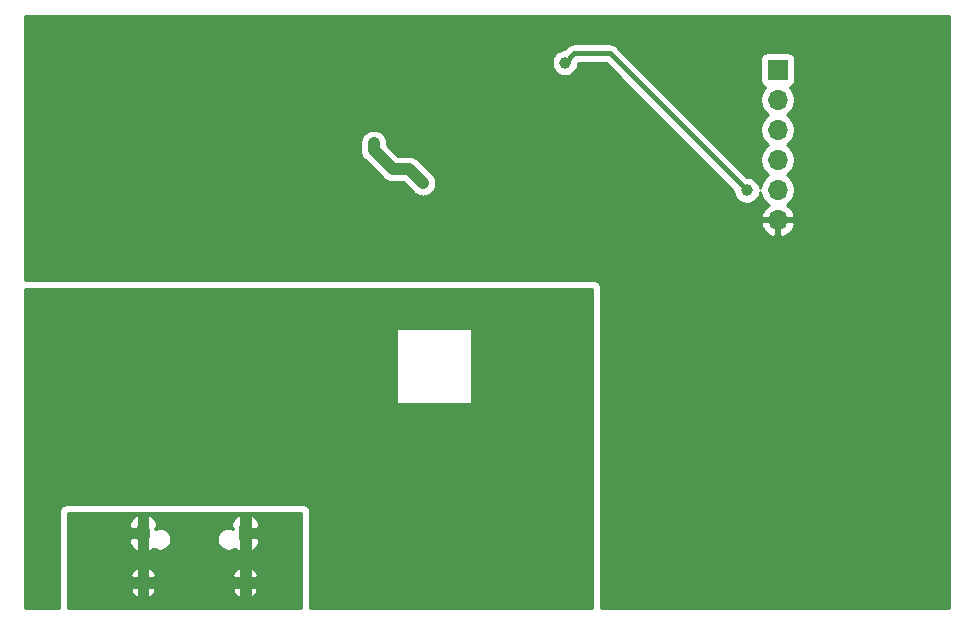
<source format=gbl>
%TF.GenerationSoftware,KiCad,Pcbnew,(5.1.9)-1*%
%TF.CreationDate,2021-08-04T23:07:10+08:00*%
%TF.ProjectId,Arduino charger,41726475-696e-46f2-9063-686172676572,rev?*%
%TF.SameCoordinates,Original*%
%TF.FileFunction,Copper,L2,Bot*%
%TF.FilePolarity,Positive*%
%FSLAX46Y46*%
G04 Gerber Fmt 4.6, Leading zero omitted, Abs format (unit mm)*
G04 Created by KiCad (PCBNEW (5.1.9)-1) date 2021-08-04 23:07:10*
%MOMM*%
%LPD*%
G01*
G04 APERTURE LIST*
%TA.AperFunction,ComponentPad*%
%ADD10O,1.000000X2.100000*%
%TD*%
%TA.AperFunction,ComponentPad*%
%ADD11O,1.000000X1.600000*%
%TD*%
%TA.AperFunction,ComponentPad*%
%ADD12O,1.700000X1.700000*%
%TD*%
%TA.AperFunction,ComponentPad*%
%ADD13R,1.700000X1.700000*%
%TD*%
%TA.AperFunction,ViaPad*%
%ADD14C,1.000000*%
%TD*%
%TA.AperFunction,Conductor*%
%ADD15C,0.400000*%
%TD*%
%TA.AperFunction,Conductor*%
%ADD16C,1.000000*%
%TD*%
%TA.AperFunction,Conductor*%
%ADD17C,0.254000*%
%TD*%
%TA.AperFunction,Conductor*%
%ADD18C,0.100000*%
%TD*%
G04 APERTURE END LIST*
D10*
%TO.P,USB1,13*%
%TO.N,GND*%
X121480000Y-120820000D03*
X130120000Y-120820000D03*
D11*
X121480000Y-125000000D03*
X130120000Y-125000000D03*
%TD*%
D12*
%TO.P,J1,6*%
%TO.N,GND*%
X175200000Y-94300000D03*
%TO.P,J1,5*%
%TO.N,/Reset*%
X175200000Y-91760000D03*
%TO.P,J1,4*%
%TO.N,/MISO*%
X175200000Y-89220000D03*
%TO.P,J1,3*%
%TO.N,/MOSI*%
X175200000Y-86680000D03*
%TO.P,J1,2*%
%TO.N,/SCK*%
X175200000Y-84140000D03*
D13*
%TO.P,J1,1*%
%TO.N,VCC*%
X175200000Y-81600000D03*
%TD*%
D14*
%TO.N,GND*%
X147200000Y-95600000D03*
X149800000Y-85200000D03*
X143800000Y-84000000D03*
X175800000Y-110000000D03*
X189400000Y-108600000D03*
X181000000Y-98200000D03*
%TO.N,+5V*%
X112800000Y-100800000D03*
X139800000Y-101400000D03*
X140000000Y-107800000D03*
X156200000Y-104600000D03*
X123200004Y-118000000D03*
X128599999Y-118000001D03*
%TO.N,/Reset*%
X157200000Y-81000000D03*
X172600000Y-91800000D03*
%TO.N,VCC*%
X141000000Y-87800000D03*
X145174990Y-91206490D03*
%TD*%
D15*
%TO.N,/Reset*%
X161000000Y-80200000D02*
X172600000Y-91800000D01*
X158000000Y-80200000D02*
X161000000Y-80200000D01*
X157200000Y-81000000D02*
X158000000Y-80200000D01*
D16*
%TO.N,VCC*%
X143968500Y-90000000D02*
X145174990Y-91206490D01*
X142600000Y-90000000D02*
X143968500Y-90000000D01*
X141000000Y-88400000D02*
X142600000Y-90000000D01*
X141000000Y-87800000D02*
X141000000Y-88400000D01*
%TD*%
D17*
%TO.N,GND*%
X189740001Y-127140000D02*
X160235000Y-127140000D01*
X160235000Y-100000000D01*
X160222799Y-99876118D01*
X160186664Y-99756996D01*
X160127983Y-99647213D01*
X160049013Y-99550987D01*
X159952787Y-99472017D01*
X159843004Y-99413336D01*
X159723882Y-99377201D01*
X159600000Y-99365000D01*
X111460000Y-99365000D01*
X111460000Y-94656890D01*
X173758524Y-94656890D01*
X173803175Y-94804099D01*
X173928359Y-95066920D01*
X174102412Y-95300269D01*
X174318645Y-95495178D01*
X174568748Y-95644157D01*
X174843109Y-95741481D01*
X175073000Y-95620814D01*
X175073000Y-94427000D01*
X175327000Y-94427000D01*
X175327000Y-95620814D01*
X175556891Y-95741481D01*
X175831252Y-95644157D01*
X176081355Y-95495178D01*
X176297588Y-95300269D01*
X176471641Y-95066920D01*
X176596825Y-94804099D01*
X176641476Y-94656890D01*
X176520155Y-94427000D01*
X175327000Y-94427000D01*
X175073000Y-94427000D01*
X173879845Y-94427000D01*
X173758524Y-94656890D01*
X111460000Y-94656890D01*
X111460000Y-88400000D01*
X139859509Y-88400000D01*
X139865000Y-88455751D01*
X139865000Y-88455752D01*
X139881423Y-88622499D01*
X139946324Y-88836447D01*
X140051717Y-89033623D01*
X140193552Y-89206449D01*
X140236860Y-89241991D01*
X141758013Y-90763146D01*
X141793551Y-90806449D01*
X141836854Y-90841987D01*
X141836856Y-90841989D01*
X141966377Y-90948284D01*
X142163553Y-91053676D01*
X142377501Y-91118577D01*
X142600000Y-91140491D01*
X142655752Y-91135000D01*
X143498368Y-91135000D01*
X144411846Y-92048479D01*
X144411852Y-92048484D01*
X144451470Y-92088102D01*
X144498057Y-92119231D01*
X144541367Y-92154774D01*
X144590776Y-92181183D01*
X144637366Y-92212314D01*
X144689139Y-92233759D01*
X144738543Y-92260166D01*
X144792148Y-92276427D01*
X144843923Y-92297873D01*
X144898884Y-92308805D01*
X144952491Y-92325067D01*
X145008243Y-92330558D01*
X145063202Y-92341490D01*
X145119238Y-92341490D01*
X145174990Y-92346981D01*
X145230742Y-92341490D01*
X145286778Y-92341490D01*
X145341737Y-92330558D01*
X145397489Y-92325067D01*
X145451096Y-92308805D01*
X145506057Y-92297873D01*
X145557832Y-92276427D01*
X145611437Y-92260166D01*
X145660841Y-92233759D01*
X145712614Y-92212314D01*
X145759204Y-92181183D01*
X145808613Y-92154774D01*
X145851922Y-92119231D01*
X145898510Y-92088102D01*
X145938133Y-92048479D01*
X145981439Y-92012939D01*
X146016981Y-91969631D01*
X146056602Y-91930010D01*
X146087731Y-91883422D01*
X146123274Y-91840113D01*
X146149683Y-91790704D01*
X146180814Y-91744114D01*
X146202259Y-91692341D01*
X146228666Y-91642937D01*
X146244927Y-91589332D01*
X146266373Y-91537557D01*
X146277305Y-91482596D01*
X146293567Y-91428989D01*
X146299058Y-91373237D01*
X146309990Y-91318278D01*
X146309990Y-91262242D01*
X146315481Y-91206490D01*
X146309990Y-91150738D01*
X146309990Y-91094702D01*
X146299058Y-91039743D01*
X146293567Y-90983991D01*
X146277305Y-90930384D01*
X146266373Y-90875423D01*
X146244927Y-90823648D01*
X146228666Y-90770043D01*
X146202259Y-90720639D01*
X146180814Y-90668866D01*
X146149683Y-90622276D01*
X146123274Y-90572867D01*
X146087731Y-90529557D01*
X146056602Y-90482970D01*
X146016984Y-90443352D01*
X146016979Y-90443346D01*
X144810495Y-89236864D01*
X144774949Y-89193551D01*
X144602123Y-89051716D01*
X144404947Y-88946324D01*
X144190999Y-88881423D01*
X144024252Y-88865000D01*
X144024251Y-88865000D01*
X143968500Y-88859509D01*
X143912749Y-88865000D01*
X143070133Y-88865000D01*
X142135000Y-87929869D01*
X142135000Y-87688212D01*
X142124068Y-87633253D01*
X142118577Y-87577501D01*
X142102315Y-87523894D01*
X142091383Y-87468933D01*
X142069937Y-87417158D01*
X142053676Y-87363553D01*
X142027269Y-87314149D01*
X142005824Y-87262376D01*
X141974693Y-87215786D01*
X141948284Y-87166377D01*
X141912741Y-87123068D01*
X141881612Y-87076480D01*
X141841991Y-87036859D01*
X141806449Y-86993551D01*
X141763141Y-86958009D01*
X141723520Y-86918388D01*
X141676932Y-86887259D01*
X141633623Y-86851716D01*
X141584215Y-86825307D01*
X141537624Y-86794176D01*
X141485848Y-86772730D01*
X141436446Y-86746324D01*
X141382845Y-86730064D01*
X141331067Y-86708617D01*
X141276103Y-86697684D01*
X141222498Y-86681423D01*
X141166748Y-86675932D01*
X141111788Y-86665000D01*
X141055751Y-86665000D01*
X141000000Y-86659509D01*
X140944248Y-86665000D01*
X140888212Y-86665000D01*
X140833253Y-86675932D01*
X140777501Y-86681423D01*
X140723894Y-86697685D01*
X140668933Y-86708617D01*
X140617158Y-86730063D01*
X140563553Y-86746324D01*
X140514149Y-86772731D01*
X140462376Y-86794176D01*
X140415786Y-86825307D01*
X140366377Y-86851716D01*
X140323068Y-86887259D01*
X140276480Y-86918388D01*
X140236859Y-86958009D01*
X140193551Y-86993551D01*
X140158009Y-87036859D01*
X140118388Y-87076480D01*
X140087259Y-87123068D01*
X140051716Y-87166377D01*
X140025307Y-87215785D01*
X139994176Y-87262376D01*
X139972730Y-87314152D01*
X139946324Y-87363554D01*
X139930064Y-87417155D01*
X139908617Y-87468933D01*
X139897684Y-87523897D01*
X139881423Y-87577502D01*
X139875932Y-87633252D01*
X139865000Y-87688212D01*
X139865000Y-88344249D01*
X139859509Y-88400000D01*
X111460000Y-88400000D01*
X111460000Y-80888212D01*
X156065000Y-80888212D01*
X156065000Y-81111788D01*
X156108617Y-81331067D01*
X156194176Y-81537624D01*
X156318388Y-81723520D01*
X156476480Y-81881612D01*
X156662376Y-82005824D01*
X156868933Y-82091383D01*
X157088212Y-82135000D01*
X157311788Y-82135000D01*
X157531067Y-82091383D01*
X157737624Y-82005824D01*
X157923520Y-81881612D01*
X158081612Y-81723520D01*
X158205824Y-81537624D01*
X158291383Y-81331067D01*
X158335000Y-81111788D01*
X158335000Y-81045868D01*
X158345868Y-81035000D01*
X160654133Y-81035000D01*
X171465000Y-91845868D01*
X171465000Y-91911788D01*
X171508617Y-92131067D01*
X171594176Y-92337624D01*
X171718388Y-92523520D01*
X171876480Y-92681612D01*
X172062376Y-92805824D01*
X172268933Y-92891383D01*
X172488212Y-92935000D01*
X172711788Y-92935000D01*
X172931067Y-92891383D01*
X173137624Y-92805824D01*
X173323520Y-92681612D01*
X173481612Y-92523520D01*
X173605824Y-92337624D01*
X173691383Y-92131067D01*
X173725550Y-91959297D01*
X173772068Y-92193158D01*
X173884010Y-92463411D01*
X174046525Y-92706632D01*
X174253368Y-92913475D01*
X174435534Y-93035195D01*
X174318645Y-93104822D01*
X174102412Y-93299731D01*
X173928359Y-93533080D01*
X173803175Y-93795901D01*
X173758524Y-93943110D01*
X173879845Y-94173000D01*
X175073000Y-94173000D01*
X175073000Y-94153000D01*
X175327000Y-94153000D01*
X175327000Y-94173000D01*
X176520155Y-94173000D01*
X176641476Y-93943110D01*
X176596825Y-93795901D01*
X176471641Y-93533080D01*
X176297588Y-93299731D01*
X176081355Y-93104822D01*
X175964466Y-93035195D01*
X176146632Y-92913475D01*
X176353475Y-92706632D01*
X176515990Y-92463411D01*
X176627932Y-92193158D01*
X176685000Y-91906260D01*
X176685000Y-91613740D01*
X176627932Y-91326842D01*
X176515990Y-91056589D01*
X176353475Y-90813368D01*
X176146632Y-90606525D01*
X175972240Y-90490000D01*
X176146632Y-90373475D01*
X176353475Y-90166632D01*
X176515990Y-89923411D01*
X176627932Y-89653158D01*
X176685000Y-89366260D01*
X176685000Y-89073740D01*
X176627932Y-88786842D01*
X176515990Y-88516589D01*
X176353475Y-88273368D01*
X176146632Y-88066525D01*
X175972240Y-87950000D01*
X176146632Y-87833475D01*
X176353475Y-87626632D01*
X176515990Y-87383411D01*
X176627932Y-87113158D01*
X176685000Y-86826260D01*
X176685000Y-86533740D01*
X176627932Y-86246842D01*
X176515990Y-85976589D01*
X176353475Y-85733368D01*
X176146632Y-85526525D01*
X175972240Y-85410000D01*
X176146632Y-85293475D01*
X176353475Y-85086632D01*
X176515990Y-84843411D01*
X176627932Y-84573158D01*
X176685000Y-84286260D01*
X176685000Y-83993740D01*
X176627932Y-83706842D01*
X176515990Y-83436589D01*
X176353475Y-83193368D01*
X176221620Y-83061513D01*
X176294180Y-83039502D01*
X176404494Y-82980537D01*
X176501185Y-82901185D01*
X176580537Y-82804494D01*
X176639502Y-82694180D01*
X176675812Y-82574482D01*
X176688072Y-82450000D01*
X176688072Y-80750000D01*
X176675812Y-80625518D01*
X176639502Y-80505820D01*
X176580537Y-80395506D01*
X176501185Y-80298815D01*
X176404494Y-80219463D01*
X176294180Y-80160498D01*
X176174482Y-80124188D01*
X176050000Y-80111928D01*
X174350000Y-80111928D01*
X174225518Y-80124188D01*
X174105820Y-80160498D01*
X173995506Y-80219463D01*
X173898815Y-80298815D01*
X173819463Y-80395506D01*
X173760498Y-80505820D01*
X173724188Y-80625518D01*
X173711928Y-80750000D01*
X173711928Y-82450000D01*
X173724188Y-82574482D01*
X173760498Y-82694180D01*
X173819463Y-82804494D01*
X173898815Y-82901185D01*
X173995506Y-82980537D01*
X174105820Y-83039502D01*
X174178380Y-83061513D01*
X174046525Y-83193368D01*
X173884010Y-83436589D01*
X173772068Y-83706842D01*
X173715000Y-83993740D01*
X173715000Y-84286260D01*
X173772068Y-84573158D01*
X173884010Y-84843411D01*
X174046525Y-85086632D01*
X174253368Y-85293475D01*
X174427760Y-85410000D01*
X174253368Y-85526525D01*
X174046525Y-85733368D01*
X173884010Y-85976589D01*
X173772068Y-86246842D01*
X173715000Y-86533740D01*
X173715000Y-86826260D01*
X173772068Y-87113158D01*
X173884010Y-87383411D01*
X174046525Y-87626632D01*
X174253368Y-87833475D01*
X174427760Y-87950000D01*
X174253368Y-88066525D01*
X174046525Y-88273368D01*
X173884010Y-88516589D01*
X173772068Y-88786842D01*
X173715000Y-89073740D01*
X173715000Y-89366260D01*
X173772068Y-89653158D01*
X173884010Y-89923411D01*
X174046525Y-90166632D01*
X174253368Y-90373475D01*
X174427760Y-90490000D01*
X174253368Y-90606525D01*
X174046525Y-90813368D01*
X173884010Y-91056589D01*
X173772068Y-91326842D01*
X173717593Y-91600702D01*
X173691383Y-91468933D01*
X173605824Y-91262376D01*
X173481612Y-91076480D01*
X173323520Y-90918388D01*
X173137624Y-90794176D01*
X172931067Y-90708617D01*
X172711788Y-90665000D01*
X172645868Y-90665000D01*
X161619446Y-79638579D01*
X161593291Y-79606709D01*
X161466146Y-79502364D01*
X161321087Y-79424828D01*
X161163689Y-79377082D01*
X161041019Y-79365000D01*
X161041018Y-79365000D01*
X161000000Y-79360960D01*
X160958982Y-79365000D01*
X158041018Y-79365000D01*
X158000000Y-79360960D01*
X157958981Y-79365000D01*
X157836311Y-79377082D01*
X157678913Y-79424828D01*
X157533854Y-79502364D01*
X157406709Y-79606709D01*
X157380563Y-79638568D01*
X157154132Y-79865000D01*
X157088212Y-79865000D01*
X156868933Y-79908617D01*
X156662376Y-79994176D01*
X156476480Y-80118388D01*
X156318388Y-80276480D01*
X156194176Y-80462376D01*
X156108617Y-80668933D01*
X156065000Y-80888212D01*
X111460000Y-80888212D01*
X111460000Y-77060000D01*
X189740000Y-77060000D01*
X189740001Y-127140000D01*
%TA.AperFunction,Conductor*%
D18*
G36*
X189740001Y-127140000D02*
G01*
X160235000Y-127140000D01*
X160235000Y-100000000D01*
X160222799Y-99876118D01*
X160186664Y-99756996D01*
X160127983Y-99647213D01*
X160049013Y-99550987D01*
X159952787Y-99472017D01*
X159843004Y-99413336D01*
X159723882Y-99377201D01*
X159600000Y-99365000D01*
X111460000Y-99365000D01*
X111460000Y-94656890D01*
X173758524Y-94656890D01*
X173803175Y-94804099D01*
X173928359Y-95066920D01*
X174102412Y-95300269D01*
X174318645Y-95495178D01*
X174568748Y-95644157D01*
X174843109Y-95741481D01*
X175073000Y-95620814D01*
X175073000Y-94427000D01*
X175327000Y-94427000D01*
X175327000Y-95620814D01*
X175556891Y-95741481D01*
X175831252Y-95644157D01*
X176081355Y-95495178D01*
X176297588Y-95300269D01*
X176471641Y-95066920D01*
X176596825Y-94804099D01*
X176641476Y-94656890D01*
X176520155Y-94427000D01*
X175327000Y-94427000D01*
X175073000Y-94427000D01*
X173879845Y-94427000D01*
X173758524Y-94656890D01*
X111460000Y-94656890D01*
X111460000Y-88400000D01*
X139859509Y-88400000D01*
X139865000Y-88455751D01*
X139865000Y-88455752D01*
X139881423Y-88622499D01*
X139946324Y-88836447D01*
X140051717Y-89033623D01*
X140193552Y-89206449D01*
X140236860Y-89241991D01*
X141758013Y-90763146D01*
X141793551Y-90806449D01*
X141836854Y-90841987D01*
X141836856Y-90841989D01*
X141966377Y-90948284D01*
X142163553Y-91053676D01*
X142377501Y-91118577D01*
X142600000Y-91140491D01*
X142655752Y-91135000D01*
X143498368Y-91135000D01*
X144411846Y-92048479D01*
X144411852Y-92048484D01*
X144451470Y-92088102D01*
X144498057Y-92119231D01*
X144541367Y-92154774D01*
X144590776Y-92181183D01*
X144637366Y-92212314D01*
X144689139Y-92233759D01*
X144738543Y-92260166D01*
X144792148Y-92276427D01*
X144843923Y-92297873D01*
X144898884Y-92308805D01*
X144952491Y-92325067D01*
X145008243Y-92330558D01*
X145063202Y-92341490D01*
X145119238Y-92341490D01*
X145174990Y-92346981D01*
X145230742Y-92341490D01*
X145286778Y-92341490D01*
X145341737Y-92330558D01*
X145397489Y-92325067D01*
X145451096Y-92308805D01*
X145506057Y-92297873D01*
X145557832Y-92276427D01*
X145611437Y-92260166D01*
X145660841Y-92233759D01*
X145712614Y-92212314D01*
X145759204Y-92181183D01*
X145808613Y-92154774D01*
X145851922Y-92119231D01*
X145898510Y-92088102D01*
X145938133Y-92048479D01*
X145981439Y-92012939D01*
X146016981Y-91969631D01*
X146056602Y-91930010D01*
X146087731Y-91883422D01*
X146123274Y-91840113D01*
X146149683Y-91790704D01*
X146180814Y-91744114D01*
X146202259Y-91692341D01*
X146228666Y-91642937D01*
X146244927Y-91589332D01*
X146266373Y-91537557D01*
X146277305Y-91482596D01*
X146293567Y-91428989D01*
X146299058Y-91373237D01*
X146309990Y-91318278D01*
X146309990Y-91262242D01*
X146315481Y-91206490D01*
X146309990Y-91150738D01*
X146309990Y-91094702D01*
X146299058Y-91039743D01*
X146293567Y-90983991D01*
X146277305Y-90930384D01*
X146266373Y-90875423D01*
X146244927Y-90823648D01*
X146228666Y-90770043D01*
X146202259Y-90720639D01*
X146180814Y-90668866D01*
X146149683Y-90622276D01*
X146123274Y-90572867D01*
X146087731Y-90529557D01*
X146056602Y-90482970D01*
X146016984Y-90443352D01*
X146016979Y-90443346D01*
X144810495Y-89236864D01*
X144774949Y-89193551D01*
X144602123Y-89051716D01*
X144404947Y-88946324D01*
X144190999Y-88881423D01*
X144024252Y-88865000D01*
X144024251Y-88865000D01*
X143968500Y-88859509D01*
X143912749Y-88865000D01*
X143070133Y-88865000D01*
X142135000Y-87929869D01*
X142135000Y-87688212D01*
X142124068Y-87633253D01*
X142118577Y-87577501D01*
X142102315Y-87523894D01*
X142091383Y-87468933D01*
X142069937Y-87417158D01*
X142053676Y-87363553D01*
X142027269Y-87314149D01*
X142005824Y-87262376D01*
X141974693Y-87215786D01*
X141948284Y-87166377D01*
X141912741Y-87123068D01*
X141881612Y-87076480D01*
X141841991Y-87036859D01*
X141806449Y-86993551D01*
X141763141Y-86958009D01*
X141723520Y-86918388D01*
X141676932Y-86887259D01*
X141633623Y-86851716D01*
X141584215Y-86825307D01*
X141537624Y-86794176D01*
X141485848Y-86772730D01*
X141436446Y-86746324D01*
X141382845Y-86730064D01*
X141331067Y-86708617D01*
X141276103Y-86697684D01*
X141222498Y-86681423D01*
X141166748Y-86675932D01*
X141111788Y-86665000D01*
X141055751Y-86665000D01*
X141000000Y-86659509D01*
X140944248Y-86665000D01*
X140888212Y-86665000D01*
X140833253Y-86675932D01*
X140777501Y-86681423D01*
X140723894Y-86697685D01*
X140668933Y-86708617D01*
X140617158Y-86730063D01*
X140563553Y-86746324D01*
X140514149Y-86772731D01*
X140462376Y-86794176D01*
X140415786Y-86825307D01*
X140366377Y-86851716D01*
X140323068Y-86887259D01*
X140276480Y-86918388D01*
X140236859Y-86958009D01*
X140193551Y-86993551D01*
X140158009Y-87036859D01*
X140118388Y-87076480D01*
X140087259Y-87123068D01*
X140051716Y-87166377D01*
X140025307Y-87215785D01*
X139994176Y-87262376D01*
X139972730Y-87314152D01*
X139946324Y-87363554D01*
X139930064Y-87417155D01*
X139908617Y-87468933D01*
X139897684Y-87523897D01*
X139881423Y-87577502D01*
X139875932Y-87633252D01*
X139865000Y-87688212D01*
X139865000Y-88344249D01*
X139859509Y-88400000D01*
X111460000Y-88400000D01*
X111460000Y-80888212D01*
X156065000Y-80888212D01*
X156065000Y-81111788D01*
X156108617Y-81331067D01*
X156194176Y-81537624D01*
X156318388Y-81723520D01*
X156476480Y-81881612D01*
X156662376Y-82005824D01*
X156868933Y-82091383D01*
X157088212Y-82135000D01*
X157311788Y-82135000D01*
X157531067Y-82091383D01*
X157737624Y-82005824D01*
X157923520Y-81881612D01*
X158081612Y-81723520D01*
X158205824Y-81537624D01*
X158291383Y-81331067D01*
X158335000Y-81111788D01*
X158335000Y-81045868D01*
X158345868Y-81035000D01*
X160654133Y-81035000D01*
X171465000Y-91845868D01*
X171465000Y-91911788D01*
X171508617Y-92131067D01*
X171594176Y-92337624D01*
X171718388Y-92523520D01*
X171876480Y-92681612D01*
X172062376Y-92805824D01*
X172268933Y-92891383D01*
X172488212Y-92935000D01*
X172711788Y-92935000D01*
X172931067Y-92891383D01*
X173137624Y-92805824D01*
X173323520Y-92681612D01*
X173481612Y-92523520D01*
X173605824Y-92337624D01*
X173691383Y-92131067D01*
X173725550Y-91959297D01*
X173772068Y-92193158D01*
X173884010Y-92463411D01*
X174046525Y-92706632D01*
X174253368Y-92913475D01*
X174435534Y-93035195D01*
X174318645Y-93104822D01*
X174102412Y-93299731D01*
X173928359Y-93533080D01*
X173803175Y-93795901D01*
X173758524Y-93943110D01*
X173879845Y-94173000D01*
X175073000Y-94173000D01*
X175073000Y-94153000D01*
X175327000Y-94153000D01*
X175327000Y-94173000D01*
X176520155Y-94173000D01*
X176641476Y-93943110D01*
X176596825Y-93795901D01*
X176471641Y-93533080D01*
X176297588Y-93299731D01*
X176081355Y-93104822D01*
X175964466Y-93035195D01*
X176146632Y-92913475D01*
X176353475Y-92706632D01*
X176515990Y-92463411D01*
X176627932Y-92193158D01*
X176685000Y-91906260D01*
X176685000Y-91613740D01*
X176627932Y-91326842D01*
X176515990Y-91056589D01*
X176353475Y-90813368D01*
X176146632Y-90606525D01*
X175972240Y-90490000D01*
X176146632Y-90373475D01*
X176353475Y-90166632D01*
X176515990Y-89923411D01*
X176627932Y-89653158D01*
X176685000Y-89366260D01*
X176685000Y-89073740D01*
X176627932Y-88786842D01*
X176515990Y-88516589D01*
X176353475Y-88273368D01*
X176146632Y-88066525D01*
X175972240Y-87950000D01*
X176146632Y-87833475D01*
X176353475Y-87626632D01*
X176515990Y-87383411D01*
X176627932Y-87113158D01*
X176685000Y-86826260D01*
X176685000Y-86533740D01*
X176627932Y-86246842D01*
X176515990Y-85976589D01*
X176353475Y-85733368D01*
X176146632Y-85526525D01*
X175972240Y-85410000D01*
X176146632Y-85293475D01*
X176353475Y-85086632D01*
X176515990Y-84843411D01*
X176627932Y-84573158D01*
X176685000Y-84286260D01*
X176685000Y-83993740D01*
X176627932Y-83706842D01*
X176515990Y-83436589D01*
X176353475Y-83193368D01*
X176221620Y-83061513D01*
X176294180Y-83039502D01*
X176404494Y-82980537D01*
X176501185Y-82901185D01*
X176580537Y-82804494D01*
X176639502Y-82694180D01*
X176675812Y-82574482D01*
X176688072Y-82450000D01*
X176688072Y-80750000D01*
X176675812Y-80625518D01*
X176639502Y-80505820D01*
X176580537Y-80395506D01*
X176501185Y-80298815D01*
X176404494Y-80219463D01*
X176294180Y-80160498D01*
X176174482Y-80124188D01*
X176050000Y-80111928D01*
X174350000Y-80111928D01*
X174225518Y-80124188D01*
X174105820Y-80160498D01*
X173995506Y-80219463D01*
X173898815Y-80298815D01*
X173819463Y-80395506D01*
X173760498Y-80505820D01*
X173724188Y-80625518D01*
X173711928Y-80750000D01*
X173711928Y-82450000D01*
X173724188Y-82574482D01*
X173760498Y-82694180D01*
X173819463Y-82804494D01*
X173898815Y-82901185D01*
X173995506Y-82980537D01*
X174105820Y-83039502D01*
X174178380Y-83061513D01*
X174046525Y-83193368D01*
X173884010Y-83436589D01*
X173772068Y-83706842D01*
X173715000Y-83993740D01*
X173715000Y-84286260D01*
X173772068Y-84573158D01*
X173884010Y-84843411D01*
X174046525Y-85086632D01*
X174253368Y-85293475D01*
X174427760Y-85410000D01*
X174253368Y-85526525D01*
X174046525Y-85733368D01*
X173884010Y-85976589D01*
X173772068Y-86246842D01*
X173715000Y-86533740D01*
X173715000Y-86826260D01*
X173772068Y-87113158D01*
X173884010Y-87383411D01*
X174046525Y-87626632D01*
X174253368Y-87833475D01*
X174427760Y-87950000D01*
X174253368Y-88066525D01*
X174046525Y-88273368D01*
X173884010Y-88516589D01*
X173772068Y-88786842D01*
X173715000Y-89073740D01*
X173715000Y-89366260D01*
X173772068Y-89653158D01*
X173884010Y-89923411D01*
X174046525Y-90166632D01*
X174253368Y-90373475D01*
X174427760Y-90490000D01*
X174253368Y-90606525D01*
X174046525Y-90813368D01*
X173884010Y-91056589D01*
X173772068Y-91326842D01*
X173717593Y-91600702D01*
X173691383Y-91468933D01*
X173605824Y-91262376D01*
X173481612Y-91076480D01*
X173323520Y-90918388D01*
X173137624Y-90794176D01*
X172931067Y-90708617D01*
X172711788Y-90665000D01*
X172645868Y-90665000D01*
X161619446Y-79638579D01*
X161593291Y-79606709D01*
X161466146Y-79502364D01*
X161321087Y-79424828D01*
X161163689Y-79377082D01*
X161041019Y-79365000D01*
X161041018Y-79365000D01*
X161000000Y-79360960D01*
X160958982Y-79365000D01*
X158041018Y-79365000D01*
X158000000Y-79360960D01*
X157958981Y-79365000D01*
X157836311Y-79377082D01*
X157678913Y-79424828D01*
X157533854Y-79502364D01*
X157406709Y-79606709D01*
X157380563Y-79638568D01*
X157154132Y-79865000D01*
X157088212Y-79865000D01*
X156868933Y-79908617D01*
X156662376Y-79994176D01*
X156476480Y-80118388D01*
X156318388Y-80276480D01*
X156194176Y-80462376D01*
X156108617Y-80668933D01*
X156065000Y-80888212D01*
X111460000Y-80888212D01*
X111460000Y-77060000D01*
X189740000Y-77060000D01*
X189740001Y-127140000D01*
G37*
%TD.AperFunction*%
%TD*%
D17*
%TO.N,+5V*%
X159473000Y-127140000D02*
X135635000Y-127140000D01*
X135635000Y-119000000D01*
X135622799Y-118876118D01*
X135586664Y-118756996D01*
X135527983Y-118647213D01*
X135449013Y-118550987D01*
X135352787Y-118472017D01*
X135243004Y-118413336D01*
X135123882Y-118377201D01*
X135000000Y-118365000D01*
X115000000Y-118365000D01*
X114876118Y-118377201D01*
X114756996Y-118413336D01*
X114647213Y-118472017D01*
X114550987Y-118550987D01*
X114472017Y-118647213D01*
X114413336Y-118756996D01*
X114377201Y-118876118D01*
X114365000Y-119000000D01*
X114365000Y-127140000D01*
X111460000Y-127140000D01*
X111460000Y-103600000D01*
X142873000Y-103600000D01*
X142873000Y-109800000D01*
X142875440Y-109824776D01*
X142882667Y-109848601D01*
X142894403Y-109870557D01*
X142910197Y-109889803D01*
X142929443Y-109905597D01*
X142951399Y-109917333D01*
X142975224Y-109924560D01*
X143000000Y-109927000D01*
X149200000Y-109927000D01*
X149224776Y-109924560D01*
X149248601Y-109917333D01*
X149270557Y-109905597D01*
X149289803Y-109889803D01*
X149305597Y-109870557D01*
X149317333Y-109848601D01*
X149324560Y-109824776D01*
X149327000Y-109800000D01*
X149327000Y-103600000D01*
X149324560Y-103575224D01*
X149317333Y-103551399D01*
X149305597Y-103529443D01*
X149289803Y-103510197D01*
X149270557Y-103494403D01*
X149248601Y-103482667D01*
X149224776Y-103475440D01*
X149200000Y-103473000D01*
X143000000Y-103473000D01*
X142975224Y-103475440D01*
X142951399Y-103482667D01*
X142929443Y-103494403D01*
X142910197Y-103510197D01*
X142894403Y-103529443D01*
X142882667Y-103551399D01*
X142875440Y-103575224D01*
X142873000Y-103600000D01*
X111460000Y-103600000D01*
X111460000Y-100127000D01*
X159473000Y-100127000D01*
X159473000Y-127140000D01*
%TA.AperFunction,Conductor*%
D18*
G36*
X159473000Y-127140000D02*
G01*
X135635000Y-127140000D01*
X135635000Y-119000000D01*
X135622799Y-118876118D01*
X135586664Y-118756996D01*
X135527983Y-118647213D01*
X135449013Y-118550987D01*
X135352787Y-118472017D01*
X135243004Y-118413336D01*
X135123882Y-118377201D01*
X135000000Y-118365000D01*
X115000000Y-118365000D01*
X114876118Y-118377201D01*
X114756996Y-118413336D01*
X114647213Y-118472017D01*
X114550987Y-118550987D01*
X114472017Y-118647213D01*
X114413336Y-118756996D01*
X114377201Y-118876118D01*
X114365000Y-119000000D01*
X114365000Y-127140000D01*
X111460000Y-127140000D01*
X111460000Y-103600000D01*
X142873000Y-103600000D01*
X142873000Y-109800000D01*
X142875440Y-109824776D01*
X142882667Y-109848601D01*
X142894403Y-109870557D01*
X142910197Y-109889803D01*
X142929443Y-109905597D01*
X142951399Y-109917333D01*
X142975224Y-109924560D01*
X143000000Y-109927000D01*
X149200000Y-109927000D01*
X149224776Y-109924560D01*
X149248601Y-109917333D01*
X149270557Y-109905597D01*
X149289803Y-109889803D01*
X149305597Y-109870557D01*
X149317333Y-109848601D01*
X149324560Y-109824776D01*
X149327000Y-109800000D01*
X149327000Y-103600000D01*
X149324560Y-103575224D01*
X149317333Y-103551399D01*
X149305597Y-103529443D01*
X149289803Y-103510197D01*
X149270557Y-103494403D01*
X149248601Y-103482667D01*
X149224776Y-103475440D01*
X149200000Y-103473000D01*
X143000000Y-103473000D01*
X142975224Y-103475440D01*
X142951399Y-103482667D01*
X142929443Y-103494403D01*
X142910197Y-103510197D01*
X142894403Y-103529443D01*
X142882667Y-103551399D01*
X142875440Y-103575224D01*
X142873000Y-103600000D01*
X111460000Y-103600000D01*
X111460000Y-100127000D01*
X159473000Y-100127000D01*
X159473000Y-127140000D01*
G37*
%TD.AperFunction*%
%TD*%
D17*
%TO.N,GND*%
X123088216Y-119135000D02*
X123311792Y-119135000D01*
X123352011Y-119127000D01*
X128447987Y-119127000D01*
X128488211Y-119135001D01*
X128711787Y-119135001D01*
X128752011Y-119127000D01*
X134873000Y-119127000D01*
X134873000Y-127140000D01*
X115127000Y-127140000D01*
X115127000Y-125547768D01*
X120382301Y-125547768D01*
X120451730Y-125757158D01*
X120560675Y-125948979D01*
X120704949Y-126115860D01*
X120879008Y-126251388D01*
X120943901Y-126300411D01*
X121107000Y-126202183D01*
X121107000Y-125373000D01*
X121853000Y-125373000D01*
X121853000Y-126202183D01*
X122016099Y-126300411D01*
X122080992Y-126251388D01*
X122255051Y-126115860D01*
X122399325Y-125948979D01*
X122508270Y-125757158D01*
X122577699Y-125547768D01*
X129022301Y-125547768D01*
X129091730Y-125757158D01*
X129200675Y-125948979D01*
X129344949Y-126115860D01*
X129519008Y-126251388D01*
X129583901Y-126300411D01*
X129747000Y-126202183D01*
X129747000Y-125373000D01*
X130493000Y-125373000D01*
X130493000Y-126202183D01*
X130656099Y-126300411D01*
X130720992Y-126251388D01*
X130895051Y-126115860D01*
X131039325Y-125948979D01*
X131148270Y-125757158D01*
X131217699Y-125547768D01*
X131084194Y-125373000D01*
X130493000Y-125373000D01*
X129747000Y-125373000D01*
X129155806Y-125373000D01*
X129022301Y-125547768D01*
X122577699Y-125547768D01*
X122444194Y-125373000D01*
X121853000Y-125373000D01*
X121107000Y-125373000D01*
X120515806Y-125373000D01*
X120382301Y-125547768D01*
X115127000Y-125547768D01*
X115127000Y-124452232D01*
X120382301Y-124452232D01*
X120515806Y-124627000D01*
X121107000Y-124627000D01*
X121107000Y-123797817D01*
X121853000Y-123797817D01*
X121853000Y-124627000D01*
X122444194Y-124627000D01*
X122577699Y-124452232D01*
X129022301Y-124452232D01*
X129155806Y-124627000D01*
X129747000Y-124627000D01*
X129747000Y-123797817D01*
X130493000Y-123797817D01*
X130493000Y-124627000D01*
X131084194Y-124627000D01*
X131217699Y-124452232D01*
X131148270Y-124242842D01*
X131039325Y-124051021D01*
X130895051Y-123884140D01*
X130720992Y-123748612D01*
X130656099Y-123699589D01*
X130493000Y-123797817D01*
X129747000Y-123797817D01*
X129583901Y-123699589D01*
X129519008Y-123748612D01*
X129344949Y-123884140D01*
X129200675Y-124051021D01*
X129091730Y-124242842D01*
X129022301Y-124452232D01*
X122577699Y-124452232D01*
X122508270Y-124242842D01*
X122399325Y-124051021D01*
X122255051Y-123884140D01*
X122080992Y-123748612D01*
X122016099Y-123699589D01*
X121853000Y-123797817D01*
X121107000Y-123797817D01*
X120943901Y-123699589D01*
X120879008Y-123748612D01*
X120704949Y-123884140D01*
X120560675Y-124051021D01*
X120451730Y-124242842D01*
X120382301Y-124452232D01*
X115127000Y-124452232D01*
X115127000Y-121377224D01*
X120302926Y-121377224D01*
X120326952Y-121606721D01*
X120395289Y-121827121D01*
X120505311Y-122029954D01*
X120652790Y-122207426D01*
X120832058Y-122352716D01*
X120943901Y-122370411D01*
X121107000Y-122272183D01*
X121107000Y-121193000D01*
X120475038Y-121193000D01*
X120302926Y-121377224D01*
X115127000Y-121377224D01*
X115127000Y-120262776D01*
X120302926Y-120262776D01*
X120475038Y-120447000D01*
X121107000Y-120447000D01*
X121107000Y-119367817D01*
X121853000Y-119367817D01*
X121853000Y-120447000D01*
X121873000Y-120447000D01*
X121873000Y-121193000D01*
X121853000Y-121193000D01*
X121853000Y-122272183D01*
X122016099Y-122370411D01*
X122127942Y-122352716D01*
X122307210Y-122207426D01*
X122363642Y-122139518D01*
X122455269Y-122200741D01*
X122629978Y-122273108D01*
X122815448Y-122310000D01*
X123004552Y-122310000D01*
X123190022Y-122273108D01*
X123364731Y-122200741D01*
X123521964Y-122095681D01*
X123655681Y-121961964D01*
X123760741Y-121804731D01*
X123833108Y-121630022D01*
X123870000Y-121444552D01*
X123870000Y-121255448D01*
X127730000Y-121255448D01*
X127730000Y-121444552D01*
X127766892Y-121630022D01*
X127839259Y-121804731D01*
X127944319Y-121961964D01*
X128078036Y-122095681D01*
X128235269Y-122200741D01*
X128409978Y-122273108D01*
X128595448Y-122310000D01*
X128784552Y-122310000D01*
X128970022Y-122273108D01*
X129144731Y-122200741D01*
X129236358Y-122139518D01*
X129292790Y-122207426D01*
X129472058Y-122352716D01*
X129583901Y-122370411D01*
X129747000Y-122272183D01*
X129747000Y-121193000D01*
X130493000Y-121193000D01*
X130493000Y-122272183D01*
X130656099Y-122370411D01*
X130767942Y-122352716D01*
X130947210Y-122207426D01*
X131094689Y-122029954D01*
X131204711Y-121827121D01*
X131273048Y-121606721D01*
X131297074Y-121377224D01*
X131124962Y-121193000D01*
X130493000Y-121193000D01*
X129747000Y-121193000D01*
X129727000Y-121193000D01*
X129727000Y-120447000D01*
X129747000Y-120447000D01*
X129747000Y-119367817D01*
X130493000Y-119367817D01*
X130493000Y-120447000D01*
X131124962Y-120447000D01*
X131297074Y-120262776D01*
X131273048Y-120033279D01*
X131204711Y-119812879D01*
X131094689Y-119610046D01*
X130947210Y-119432574D01*
X130767942Y-119287284D01*
X130656099Y-119269589D01*
X130493000Y-119367817D01*
X129747000Y-119367817D01*
X129583901Y-119269589D01*
X129472058Y-119287284D01*
X129292790Y-119432574D01*
X129145311Y-119610046D01*
X129035289Y-119812879D01*
X128966952Y-120033279D01*
X128942926Y-120262776D01*
X129115036Y-120446998D01*
X129018562Y-120446998D01*
X128970022Y-120426892D01*
X128784552Y-120390000D01*
X128595448Y-120390000D01*
X128409978Y-120426892D01*
X128235269Y-120499259D01*
X128078036Y-120604319D01*
X127944319Y-120738036D01*
X127839259Y-120895269D01*
X127766892Y-121069978D01*
X127730000Y-121255448D01*
X123870000Y-121255448D01*
X123833108Y-121069978D01*
X123760741Y-120895269D01*
X123655681Y-120738036D01*
X123521964Y-120604319D01*
X123364731Y-120499259D01*
X123190022Y-120426892D01*
X123004552Y-120390000D01*
X122815448Y-120390000D01*
X122629978Y-120426892D01*
X122581438Y-120446998D01*
X122484964Y-120446998D01*
X122657074Y-120262776D01*
X122633048Y-120033279D01*
X122564711Y-119812879D01*
X122454689Y-119610046D01*
X122307210Y-119432574D01*
X122127942Y-119287284D01*
X122016099Y-119269589D01*
X121853000Y-119367817D01*
X121107000Y-119367817D01*
X120943901Y-119269589D01*
X120832058Y-119287284D01*
X120652790Y-119432574D01*
X120505311Y-119610046D01*
X120395289Y-119812879D01*
X120326952Y-120033279D01*
X120302926Y-120262776D01*
X115127000Y-120262776D01*
X115127000Y-119127000D01*
X123047997Y-119127000D01*
X123088216Y-119135000D01*
%TA.AperFunction,Conductor*%
D18*
G36*
X123088216Y-119135000D02*
G01*
X123311792Y-119135000D01*
X123352011Y-119127000D01*
X128447987Y-119127000D01*
X128488211Y-119135001D01*
X128711787Y-119135001D01*
X128752011Y-119127000D01*
X134873000Y-119127000D01*
X134873000Y-127140000D01*
X115127000Y-127140000D01*
X115127000Y-125547768D01*
X120382301Y-125547768D01*
X120451730Y-125757158D01*
X120560675Y-125948979D01*
X120704949Y-126115860D01*
X120879008Y-126251388D01*
X120943901Y-126300411D01*
X121107000Y-126202183D01*
X121107000Y-125373000D01*
X121853000Y-125373000D01*
X121853000Y-126202183D01*
X122016099Y-126300411D01*
X122080992Y-126251388D01*
X122255051Y-126115860D01*
X122399325Y-125948979D01*
X122508270Y-125757158D01*
X122577699Y-125547768D01*
X129022301Y-125547768D01*
X129091730Y-125757158D01*
X129200675Y-125948979D01*
X129344949Y-126115860D01*
X129519008Y-126251388D01*
X129583901Y-126300411D01*
X129747000Y-126202183D01*
X129747000Y-125373000D01*
X130493000Y-125373000D01*
X130493000Y-126202183D01*
X130656099Y-126300411D01*
X130720992Y-126251388D01*
X130895051Y-126115860D01*
X131039325Y-125948979D01*
X131148270Y-125757158D01*
X131217699Y-125547768D01*
X131084194Y-125373000D01*
X130493000Y-125373000D01*
X129747000Y-125373000D01*
X129155806Y-125373000D01*
X129022301Y-125547768D01*
X122577699Y-125547768D01*
X122444194Y-125373000D01*
X121853000Y-125373000D01*
X121107000Y-125373000D01*
X120515806Y-125373000D01*
X120382301Y-125547768D01*
X115127000Y-125547768D01*
X115127000Y-124452232D01*
X120382301Y-124452232D01*
X120515806Y-124627000D01*
X121107000Y-124627000D01*
X121107000Y-123797817D01*
X121853000Y-123797817D01*
X121853000Y-124627000D01*
X122444194Y-124627000D01*
X122577699Y-124452232D01*
X129022301Y-124452232D01*
X129155806Y-124627000D01*
X129747000Y-124627000D01*
X129747000Y-123797817D01*
X130493000Y-123797817D01*
X130493000Y-124627000D01*
X131084194Y-124627000D01*
X131217699Y-124452232D01*
X131148270Y-124242842D01*
X131039325Y-124051021D01*
X130895051Y-123884140D01*
X130720992Y-123748612D01*
X130656099Y-123699589D01*
X130493000Y-123797817D01*
X129747000Y-123797817D01*
X129583901Y-123699589D01*
X129519008Y-123748612D01*
X129344949Y-123884140D01*
X129200675Y-124051021D01*
X129091730Y-124242842D01*
X129022301Y-124452232D01*
X122577699Y-124452232D01*
X122508270Y-124242842D01*
X122399325Y-124051021D01*
X122255051Y-123884140D01*
X122080992Y-123748612D01*
X122016099Y-123699589D01*
X121853000Y-123797817D01*
X121107000Y-123797817D01*
X120943901Y-123699589D01*
X120879008Y-123748612D01*
X120704949Y-123884140D01*
X120560675Y-124051021D01*
X120451730Y-124242842D01*
X120382301Y-124452232D01*
X115127000Y-124452232D01*
X115127000Y-121377224D01*
X120302926Y-121377224D01*
X120326952Y-121606721D01*
X120395289Y-121827121D01*
X120505311Y-122029954D01*
X120652790Y-122207426D01*
X120832058Y-122352716D01*
X120943901Y-122370411D01*
X121107000Y-122272183D01*
X121107000Y-121193000D01*
X120475038Y-121193000D01*
X120302926Y-121377224D01*
X115127000Y-121377224D01*
X115127000Y-120262776D01*
X120302926Y-120262776D01*
X120475038Y-120447000D01*
X121107000Y-120447000D01*
X121107000Y-119367817D01*
X121853000Y-119367817D01*
X121853000Y-120447000D01*
X121873000Y-120447000D01*
X121873000Y-121193000D01*
X121853000Y-121193000D01*
X121853000Y-122272183D01*
X122016099Y-122370411D01*
X122127942Y-122352716D01*
X122307210Y-122207426D01*
X122363642Y-122139518D01*
X122455269Y-122200741D01*
X122629978Y-122273108D01*
X122815448Y-122310000D01*
X123004552Y-122310000D01*
X123190022Y-122273108D01*
X123364731Y-122200741D01*
X123521964Y-122095681D01*
X123655681Y-121961964D01*
X123760741Y-121804731D01*
X123833108Y-121630022D01*
X123870000Y-121444552D01*
X123870000Y-121255448D01*
X127730000Y-121255448D01*
X127730000Y-121444552D01*
X127766892Y-121630022D01*
X127839259Y-121804731D01*
X127944319Y-121961964D01*
X128078036Y-122095681D01*
X128235269Y-122200741D01*
X128409978Y-122273108D01*
X128595448Y-122310000D01*
X128784552Y-122310000D01*
X128970022Y-122273108D01*
X129144731Y-122200741D01*
X129236358Y-122139518D01*
X129292790Y-122207426D01*
X129472058Y-122352716D01*
X129583901Y-122370411D01*
X129747000Y-122272183D01*
X129747000Y-121193000D01*
X130493000Y-121193000D01*
X130493000Y-122272183D01*
X130656099Y-122370411D01*
X130767942Y-122352716D01*
X130947210Y-122207426D01*
X131094689Y-122029954D01*
X131204711Y-121827121D01*
X131273048Y-121606721D01*
X131297074Y-121377224D01*
X131124962Y-121193000D01*
X130493000Y-121193000D01*
X129747000Y-121193000D01*
X129727000Y-121193000D01*
X129727000Y-120447000D01*
X129747000Y-120447000D01*
X129747000Y-119367817D01*
X130493000Y-119367817D01*
X130493000Y-120447000D01*
X131124962Y-120447000D01*
X131297074Y-120262776D01*
X131273048Y-120033279D01*
X131204711Y-119812879D01*
X131094689Y-119610046D01*
X130947210Y-119432574D01*
X130767942Y-119287284D01*
X130656099Y-119269589D01*
X130493000Y-119367817D01*
X129747000Y-119367817D01*
X129583901Y-119269589D01*
X129472058Y-119287284D01*
X129292790Y-119432574D01*
X129145311Y-119610046D01*
X129035289Y-119812879D01*
X128966952Y-120033279D01*
X128942926Y-120262776D01*
X129115036Y-120446998D01*
X129018562Y-120446998D01*
X128970022Y-120426892D01*
X128784552Y-120390000D01*
X128595448Y-120390000D01*
X128409978Y-120426892D01*
X128235269Y-120499259D01*
X128078036Y-120604319D01*
X127944319Y-120738036D01*
X127839259Y-120895269D01*
X127766892Y-121069978D01*
X127730000Y-121255448D01*
X123870000Y-121255448D01*
X123833108Y-121069978D01*
X123760741Y-120895269D01*
X123655681Y-120738036D01*
X123521964Y-120604319D01*
X123364731Y-120499259D01*
X123190022Y-120426892D01*
X123004552Y-120390000D01*
X122815448Y-120390000D01*
X122629978Y-120426892D01*
X122581438Y-120446998D01*
X122484964Y-120446998D01*
X122657074Y-120262776D01*
X122633048Y-120033279D01*
X122564711Y-119812879D01*
X122454689Y-119610046D01*
X122307210Y-119432574D01*
X122127942Y-119287284D01*
X122016099Y-119269589D01*
X121853000Y-119367817D01*
X121107000Y-119367817D01*
X120943901Y-119269589D01*
X120832058Y-119287284D01*
X120652790Y-119432574D01*
X120505311Y-119610046D01*
X120395289Y-119812879D01*
X120326952Y-120033279D01*
X120302926Y-120262776D01*
X115127000Y-120262776D01*
X115127000Y-119127000D01*
X123047997Y-119127000D01*
X123088216Y-119135000D01*
G37*
%TD.AperFunction*%
%TD*%
M02*

</source>
